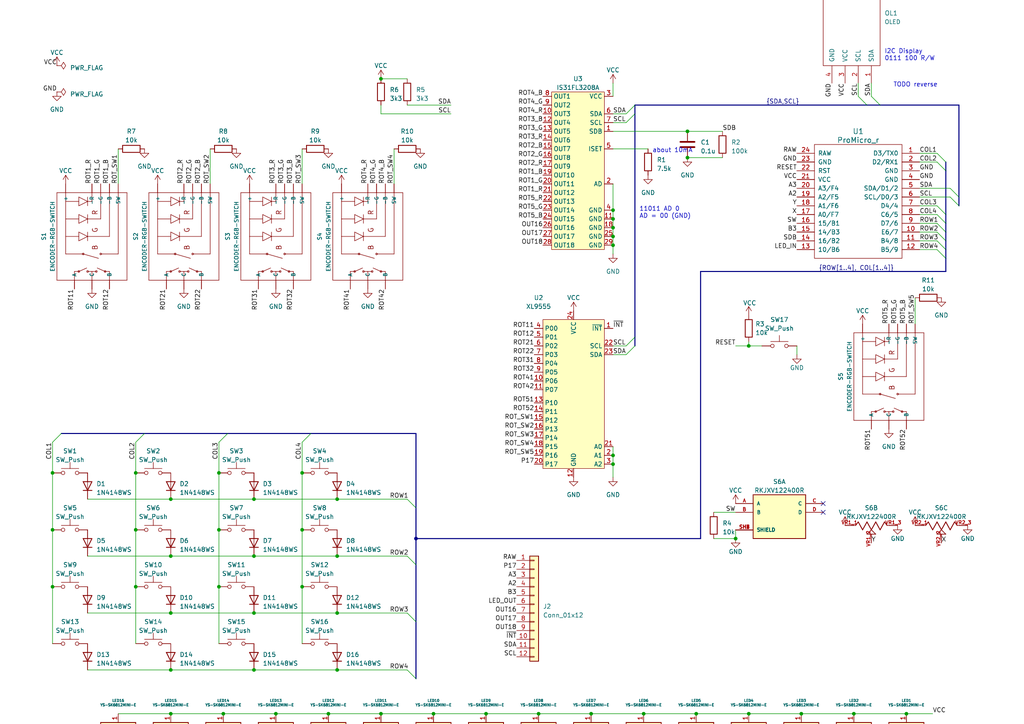
<source format=kicad_sch>
(kicad_sch (version 20230121) (generator eeschema)
  (paper "A4")
  (lib_symbols
    (symbol "Connector_Generic:Conn_01x12" (pin_names (offset 1.016) hide)
      (property "Reference" "J" (at 0 15.24 0))
      (property "Value" "Conn_01x12" (at 0 -17.78 0))
      (symbol "Conn_01x12_1_1"
        (pin passive line (at -5.08 12.7 0) (length 3.81) (name "Pin_1") (number "1"))
        (pin passive line (at -5.08 -10.16 0) (length 3.81) (name "Pin_10") (number "10"))
        (pin passive line (at -5.08 -12.7 0) (length 3.81) (name "Pin_11") (number "11"))
        (pin passive line (at -5.08 -15.24 0) (length 3.81) (name "Pin_12") (number "12"))
        (pin passive line (at -5.08 10.16 0) (length 3.81) (name "Pin_2") (number "2"))
        (pin passive line (at -5.08 7.62 0) (length 3.81) (name "Pin_3") (number "3"))
        (pin passive line (at -5.08 5.08 0) (length 3.81) (name "Pin_4") (number "4"))
        (pin passive line (at -5.08 2.54 0) (length 3.81) (name "Pin_5") (number "5"))
        (pin passive line (at -5.08 0 0) (length 3.81) (name "Pin_6") (number "6"))
        (pin passive line (at -5.08 -2.54 0) (length 3.81) (name "Pin_7") (number "7"))
        (pin passive line (at -5.08 -5.08 0) (length 3.81) (name "Pin_8") (number "8"))
        (pin passive line (at -5.08 -7.62 0) (length 3.81) (name "Pin_9") (number "9"))
      )
    )
    (symbol "Device:C" (pin_numbers hide) (pin_names (offset 0.254))
      (property "Reference" "C" (at 0.635 2.54 0))
      (property "Value" "C" (at 0.635 -2.54 0))
      (symbol "C_1_1"
        (pin passive line (at 0 3.81 270) (length 2.794) (name "~") (number "1"))
        (pin passive line (at 0 -3.81 90) (length 2.794) (name "~") (number "2"))
      )
    )
    (symbol "Device:R" (pin_numbers hide) (pin_names (offset 0))
      (property "Reference" "R" (at 2.032 0 90))
      (property "Value" "R" (at 0 0 90))
      (symbol "R_1_1"
        (pin passive line (at 0 3.81 270) (length 1.27) (name "~") (number "1"))
        (pin passive line (at 0 -3.81 90) (length 1.27) (name "~") (number "2"))
      )
    )
    (symbol "Diode:1N4148WS" (pin_numbers hide) (pin_names hide)
      (property "Reference" "D" (at 0 2.54 0))
      (property "Value" "1N4148WS" (at 0 -2.54 0))
      (symbol "1N4148WS_1_1"
        (pin passive line (at -3.81 0 0) (length 2.54) (name "K") (number "1"))
        (pin passive line (at 3.81 0 180) (length 2.54) (name "A") (number "2"))
      )
    )
    (symbol "ENCODER-RGB-SWITCH_1" (pin_numbers hide) (pin_names (offset 1.016))
      (property "Reference" "S" (at -12.7 11.43 0))
      (property "Value" "ENCODER-RGB-SWITCH" (at -12.7 -12.7 0))
      (property "Field4" "RES-10859" (at 0 15.24 0))
      (symbol "ENCODER-RGB-SWITCH_1_1_0"
        (text "B" (at -3.2004 -0.889 0) (effects (font (size 1.4224 1.4224))))
        (text "G" (at 1.8796 -0.889 0) (effects (font (size 1.4224 1.4224))))
        (text "R" (at 6.9596 -0.889 0) (effects (font (size 1.4224 1.4224))))
      )
      (symbol "ENCODER-RGB-SWITCH_1_1_1"
        (pin passive line (at 15.24 0 180) (length 2.54) (name "-R") (number "1"))
        (pin passive line (at 15.24 -2.54 180) (length 2.54) (name "-G") (number "2"))
        (pin passive line (at 15.24 -7.62 180) (length 2.54) (name "SW") (number "3"))
        (pin passive line (at 15.24 -5.08 180) (length 2.54) (name "-B") (number "4"))
        (pin passive line (at 15.24 7.62 180) (length 2.54) (name "+") (number "5"))
        (pin output line (at -15.24 5.08 0) (length 2.54) (name "A") (number "A"))
        (pin output line (at -15.24 -5.08 0) (length 2.54) (name "B") (number "B"))
        (pin input line (at -15.24 0 0) (length 2.54) (name "C") (number "C"))
      )
    )
    (symbol "ENCODER-RGB-SWITCH_2" (pin_numbers hide) (pin_names (offset 1.016))
      (property "Reference" "S" (at -12.7 11.43 0))
      (property "Value" "ENCODER-RGB-SWITCH" (at -12.7 -12.7 0))
      (property "Field4" "RES-10859" (at 0 15.24 0))
      (symbol "ENCODER-RGB-SWITCH_2_1_0"
        (text "B" (at -3.2004 -0.889 0) (effects (font (size 1.4224 1.4224))))
        (text "G" (at 1.8796 -0.889 0) (effects (font (size 1.4224 1.4224))))
        (text "R" (at 6.9596 -0.889 0) (effects (font (size 1.4224 1.4224))))
      )
      (symbol "ENCODER-RGB-SWITCH_2_1_1"
        (pin passive line (at 15.24 0 180) (length 2.54) (name "-R") (number "1"))
        (pin passive line (at 15.24 -2.54 180) (length 2.54) (name "-G") (number "2"))
        (pin passive line (at 15.24 -7.62 180) (length 2.54) (name "SW") (number "3"))
        (pin passive line (at 15.24 -5.08 180) (length 2.54) (name "-B") (number "4"))
        (pin passive line (at 15.24 7.62 180) (length 2.54) (name "+") (number "5"))
        (pin output line (at -15.24 5.08 0) (length 2.54) (name "A") (number "A"))
        (pin output line (at -15.24 -5.08 0) (length 2.54) (name "B") (number "B"))
        (pin input line (at -15.24 0 0) (length 2.54) (name "C") (number "C"))
      )
    )
    (symbol "ENCODER-RGB-SWITCH_3" (pin_numbers hide) (pin_names (offset 1.016))
      (property "Reference" "S" (at -12.7 11.43 0))
      (property "Value" "ENCODER-RGB-SWITCH" (at -12.7 -12.7 0))
      (property "Field4" "RES-10859" (at 0 15.24 0))
      (symbol "ENCODER-RGB-SWITCH_3_1_0"
        (text "B" (at -3.2004 -0.889 0) (effects (font (size 1.4224 1.4224))))
        (text "G" (at 1.8796 -0.889 0) (effects (font (size 1.4224 1.4224))))
        (text "R" (at 6.9596 -0.889 0) (effects (font (size 1.4224 1.4224))))
      )
      (symbol "ENCODER-RGB-SWITCH_3_1_1"
        (pin passive line (at 15.24 0 180) (length 2.54) (name "-R") (number "1"))
        (pin passive line (at 15.24 -2.54 180) (length 2.54) (name "-G") (number "2"))
        (pin passive line (at 15.24 -7.62 180) (length 2.54) (name "SW") (number "3"))
        (pin passive line (at 15.24 -5.08 180) (length 2.54) (name "-B") (number "4"))
        (pin passive line (at 15.24 7.62 180) (length 2.54) (name "+") (number "5"))
        (pin output line (at -15.24 5.08 0) (length 2.54) (name "A") (number "A"))
        (pin output line (at -15.24 -5.08 0) (length 2.54) (name "B") (number "B"))
        (pin input line (at -15.24 0 0) (length 2.54) (name "C") (number "C"))
      )
    )
    (symbol "ENCODER-RGB-SWITCH_4" (pin_numbers hide) (pin_names (offset 1.016))
      (property "Reference" "S" (at -12.7 11.43 0))
      (property "Value" "ENCODER-RGB-SWITCH" (at -12.7 -12.7 0))
      (property "Field4" "RES-10859" (at 0 15.24 0))
      (symbol "ENCODER-RGB-SWITCH_4_1_0"
        (text "B" (at -3.2004 -0.889 0) (effects (font (size 1.4224 1.4224))))
        (text "G" (at 1.8796 -0.889 0) (effects (font (size 1.4224 1.4224))))
        (text "R" (at 6.9596 -0.889 0) (effects (font (size 1.4224 1.4224))))
      )
      (symbol "ENCODER-RGB-SWITCH_4_1_1"
        (pin passive line (at 15.24 0 180) (length 2.54) (name "-R") (number "1"))
        (pin passive line (at 15.24 -2.54 180) (length 2.54) (name "-G") (number "2"))
        (pin passive line (at 15.24 -7.62 180) (length 2.54) (name "SW") (number "3"))
        (pin passive line (at 15.24 -5.08 180) (length 2.54) (name "-B") (number "4"))
        (pin passive line (at 15.24 7.62 180) (length 2.54) (name "+") (number "5"))
        (pin output line (at -15.24 5.08 0) (length 2.54) (name "A") (number "A"))
        (pin output line (at -15.24 -5.08 0) (length 2.54) (name "B") (number "B"))
        (pin input line (at -15.24 0 0) (length 2.54) (name "C") (number "C"))
      )
    )
    (symbol "RKJXV122400R_1" (pin_names (offset 1.016))
      (property "Reference" "S" (at -7.62 5.588 0))
      (property "Value" "RKJXV122400R" (at -7.62 -10.16 0))
      (symbol "RKJXV122400R_1_1_0"
        (pin passive line (at -12.7 2.54 0) (length 5.08) (name "A") (number "A"))
        (pin passive line (at -12.7 0 0) (length 5.08) (name "B") (number "B"))
        (pin passive line (at 12.7 2.54 180) (length 5.08) (name "C") (number "C"))
        (pin passive line (at 12.7 0 180) (length 5.08) (name "D") (number "D"))
        (pin passive line (at -12.7 -5.08 0) (length 5.08) (name "SHIELD") (number "SH1"))
        (pin passive line (at -12.7 -5.08 0) (length 5.08) (name "SHIELD") (number "SH2"))
        (pin passive line (at -12.7 -5.08 0) (length 5.08) (name "SHIELD") (number "SH3"))
        (pin passive line (at -12.7 -5.08 0) (length 5.08) (name "SHIELD") (number "SH4"))
      )
      (symbol "RKJXV122400R_1_2_0"
        (pin passive line (at -7.62 0 0) (length 2.54) (name "~") (number "VR1_1"))
        (pin passive line (at 0 -5.08 90) (length 2.54) (name "~") (number "VR1_2"))
        (pin passive line (at 7.62 0 180) (length 2.54) (name "~") (number "VR1_3"))
      )
      (symbol "RKJXV122400R_1_3_0"
        (pin passive line (at -7.62 0 0) (length 2.54) (name "~") (number "VR2_1"))
        (pin passive line (at 0 -5.08 90) (length 2.54) (name "~") (number "VR2_2"))
        (pin passive line (at 7.62 0 180) (length 2.54) (name "~") (number "VR2_3"))
      )
    )
    (symbol "SparkFun-Switches:ENCODER-RGB-SWITCH" (pin_numbers hide) (pin_names (offset 1.016))
      (property "Reference" "S" (at -12.7 11.43 0))
      (property "Value" "ENCODER-RGB-SWITCH" (at -12.7 -12.7 0))
      (property "Field4" "RES-10859" (at 0 15.24 0))
      (symbol "ENCODER-RGB-SWITCH_1_0"
        (text "B" (at -3.2004 -0.889 0) (effects (font (size 1.4224 1.4224))))
        (text "G" (at 1.8796 -0.889 0) (effects (font (size 1.4224 1.4224))))
        (text "R" (at 6.9596 -0.889 0) (effects (font (size 1.4224 1.4224))))
      )
      (symbol "ENCODER-RGB-SWITCH_1_1"
        (pin passive line (at 15.24 0 180) (length 2.54) (name "-R") (number "1"))
        (pin passive line (at 15.24 -2.54 180) (length 2.54) (name "-G") (number "2"))
        (pin passive line (at 15.24 -7.62 180) (length 2.54) (name "SW") (number "3"))
        (pin passive line (at 15.24 -5.08 180) (length 2.54) (name "-B") (number "4"))
        (pin passive line (at 15.24 7.62 180) (length 2.54) (name "+") (number "5"))
        (pin output line (at -15.24 5.08 0) (length 2.54) (name "A") (number "A"))
        (pin output line (at -15.24 -5.08 0) (length 2.54) (name "B") (number "B"))
        (pin input line (at -15.24 0 0) (length 2.54) (name "C") (number "C"))
      )
    )
    (symbol "Switch:SW_Push" (pin_numbers hide) (pin_names (offset 1.016) hide)
      (property "Reference" "SW" (at 1.27 2.54 0))
      (property "Value" "SW_Push" (at 0 -1.524 0))
      (symbol "SW_Push_0_1"
        (pin passive line (at -5.08 0 0) (length 2.54) (name "1") (number "1"))
        (pin passive line (at 5.08 0 180) (length 2.54) (name "2") (number "2"))
      )
    )
    (symbol "kbd:OLED" (pin_names (offset 1.016))
      (property "Reference" "OL" (at 0 2.54 0))
      (property "Value" "OLED" (at 0 -1.27 0))
      (symbol "OLED_1_1"
        (pin bidirectional line (at -19.05 6.35 0) (length 5.08) (name "SDA") (number "1"))
        (pin bidirectional line (at -19.05 2.54 0) (length 5.08) (name "SCL") (number "2"))
        (pin power_in line (at -19.05 -1.27 0) (length 5.08) (name "VCC") (number "3"))
        (pin power_in line (at -19.05 -5.08 0) (length 5.08) (name "GND") (number "4"))
      )
    )
    (symbol "kbd:ProMicro_r" (pin_names (offset 1.016))
      (property "Reference" "U" (at 1.27 22.86 0))
      (property "Value" "ProMicro_r" (at 1.27 -15.24 0))
      (symbol "ProMicro_r_1_1"
        (pin bidirectional line (at 19.05 17.78 180) (length 5.08) (name "D3/TX0") (number "1"))
        (pin bidirectional line (at 19.05 -5.08 180) (length 5.08) (name "E6/7") (number "10"))
        (pin bidirectional line (at 19.05 -7.62 180) (length 5.08) (name "B4/8") (number "11"))
        (pin bidirectional line (at 19.05 -10.16 180) (length 5.08) (name "B5/9") (number "12"))
        (pin bidirectional line (at -16.51 -10.16 0) (length 5.08) (name "10/B6") (number "13"))
        (pin bidirectional line (at -16.51 -7.62 0) (length 5.08) (name "16/B2") (number "14"))
        (pin bidirectional line (at -16.51 -5.08 0) (length 5.08) (name "14/B3") (number "15"))
        (pin bidirectional line (at -16.51 -2.54 0) (length 5.08) (name "15/B1") (number "16"))
        (pin bidirectional line (at -16.51 0 0) (length 5.08) (name "A0/F7") (number "17"))
        (pin bidirectional line (at -16.51 2.54 0) (length 5.08) (name "A1/F6") (number "18"))
        (pin bidirectional line (at -16.51 5.08 0) (length 5.08) (name "A2/F5") (number "19"))
        (pin bidirectional line (at 19.05 15.24 180) (length 5.08) (name "D2/RX1") (number "2"))
        (pin bidirectional line (at -16.51 7.62 0) (length 5.08) (name "A3/F4") (number "20"))
        (pin power_in line (at -16.51 10.16 0) (length 5.08) (name "VCC") (number "21"))
        (pin input line (at -16.51 12.7 0) (length 5.08) (name "RST") (number "22"))
        (pin power_in line (at -16.51 15.24 0) (length 5.08) (name "GND") (number "23"))
        (pin power_out line (at -16.51 17.78 0) (length 5.08) (name "RAW") (number "24"))
        (pin power_in line (at 19.05 12.7 180) (length 5.08) (name "GND") (number "3"))
        (pin power_in line (at 19.05 10.16 180) (length 5.08) (name "GND") (number "4"))
        (pin bidirectional line (at 19.05 7.62 180) (length 5.08) (name "SDA/D1/2") (number "5"))
        (pin bidirectional line (at 19.05 5.08 180) (length 5.08) (name "SCL/D0/3") (number "6"))
        (pin bidirectional line (at 19.05 2.54 180) (length 5.08) (name "D4/4") (number "7"))
        (pin bidirectional line (at 19.05 0 180) (length 5.08) (name "C6/5") (number "8"))
        (pin bidirectional line (at 19.05 -2.54 180) (length 5.08) (name "D7/6") (number "9"))
      )
    )
    (symbol "kbd:YS-SK6812MINI-E" (pin_names (offset 1.016))
      (property "Reference" "LED" (at 2.54 -7.62 0))
      (property "Value" "YS-SK6812MINI-E" (at 6.35 -6.35 0))
      (symbol "YS-SK6812MINI-E_1_1"
        (pin power_in line (at 0 7.62 270) (length 2.54) (name "VDD") (number "1"))
        (pin output line (at 7.62 0 180) (length 2.54) (name "DOUT") (number "2"))
        (pin power_in line (at 0 -7.62 90) (length 2.54) (name "VSS") (number "3"))
        (pin input line (at -7.62 0 0) (length 2.54) (name "DIN") (number "4"))
      )
    )
    (symbol "my:IS31FL3208A"
      (property "Reference" "U" (at 0 5.08 0))
      (property "Value" "IS31FL3208A" (at 0 2.54 0))
      (symbol "IS31FL3208A_0_0"
        (pin input line (at 0 -11.43 0) (length 2.54) (name "SDB") (number "1"))
        (pin power_out line (at 20.32 -6.35 180) (length 2.54) (name "OUT3") (number "10"))
        (pin power_in line (at 0 -36.83 0) (length 2.54) (name "GND") (number "11"))
        (pin power_out line (at 20.32 -8.89 180) (length 2.54) (name "OUT4") (number "12"))
        (pin power_out line (at 20.32 -11.43 180) (length 2.54) (name "OUT5") (number "13"))
        (pin power_out line (at 20.32 -13.97 180) (length 2.54) (name "OUT6") (number "14"))
        (pin power_out line (at 20.32 -16.51 180) (length 2.54) (name "OUT7") (number "15"))
        (pin power_out line (at 20.32 -19.05 180) (length 2.54) (name "OUT8") (number "16"))
        (pin power_out line (at 20.32 -21.59 180) (length 2.54) (name "OUT9") (number "17"))
        (pin power_in line (at 0 -39.37 0) (length 2.54) (name "GND") (number "18"))
        (pin power_out line (at 20.32 -24.13 180) (length 2.54) (name "OUT10") (number "19"))
        (pin input line (at 0 -26.67 0) (length 2.54) (name "AD") (number "2"))
        (pin power_out line (at 20.32 -26.67 180) (length 2.54) (name "OUT11") (number "20"))
        (pin power_out line (at 20.32 -29.21 180) (length 2.54) (name "OUT12") (number "21"))
        (pin power_out line (at 20.32 -31.75 180) (length 2.54) (name "OUT13") (number "22"))
        (pin power_out line (at 20.32 -34.29 180) (length 2.54) (name "OUT14") (number "23"))
        (pin power_out line (at 20.32 -36.83 180) (length 2.54) (name "OUT15") (number "24"))
        (pin power_in line (at 0 -41.91 0) (length 2.54) (name "GND") (number "25"))
        (pin power_out line (at 20.32 -39.37 180) (length 2.54) (name "OUT16") (number "26"))
        (pin power_out line (at 20.32 -41.91 180) (length 2.54) (name "OUT17") (number "27"))
        (pin power_out line (at 20.32 -44.45 180) (length 2.54) (name "OUT18") (number "28"))
        (pin power_in line (at 0 -44.45 0) (length 2.54) (name "GND") (number "29"))
        (pin power_in line (at 0 -1.27 0) (length 2.54) (name "VCC") (number "3"))
        (pin power_in line (at 0 -34.29 0) (length 2.54) (name "GND") (number "4"))
        (pin passive line (at 0 -16.51 0) (length 2.54) (name "ISET") (number "5"))
        (pin bidirectional line (at 0 -6.35 0) (length 2.54) (name "SDA") (number "6"))
        (pin input line (at 0 -8.89 0) (length 2.54) (name "SCL") (number "7"))
        (pin power_out line (at 20.32 -1.27 180) (length 2.54) (name "OUT1") (number "8"))
        (pin power_out line (at 20.32 -3.81 180) (length 2.54) (name "OUT2") (number "9"))
      )
    )
    (symbol "my:XL9555"
      (property "Reference" "U" (at 0 5.08 0))
      (property "Value" "XL9555" (at 0 2.54 0))
      (symbol "XL9555_0_0"
        (pin open_collector line (at 0 -1.27 0) (length 2.54) (name "~{INT}") (number "1"))
        (pin bidirectional line (at 22.86 -16.51 180) (length 2.54) (name "P06") (number "10"))
        (pin bidirectional line (at 22.86 -19.05 180) (length 2.54) (name "P07") (number "11"))
        (pin power_in line (at 11.43 -44.45 90) (length 2.54) (name "GND") (number "12"))
        (pin bidirectional line (at 22.86 -22.86 180) (length 2.54) (name "P10") (number "13"))
        (pin bidirectional line (at 22.86 -25.4 180) (length 2.54) (name "P11") (number "14"))
        (pin bidirectional line (at 22.86 -27.94 180) (length 2.54) (name "P12") (number "15"))
        (pin bidirectional line (at 22.86 -30.48 180) (length 2.54) (name "P13") (number "16"))
        (pin bidirectional line (at 22.86 -33.02 180) (length 2.54) (name "P14") (number "17"))
        (pin bidirectional line (at 22.86 -35.56 180) (length 2.54) (name "P15") (number "18"))
        (pin bidirectional line (at 22.86 -38.1 180) (length 2.54) (name "P16") (number "19"))
        (pin input line (at 0 -38.1 0) (length 2.54) (name "A1") (number "2"))
        (pin bidirectional line (at 22.86 -40.64 180) (length 2.54) (name "P17") (number "20"))
        (pin input line (at 0 -35.56 0) (length 2.54) (name "A0") (number "21"))
        (pin input line (at 0 -6.35 0) (length 2.54) (name "SCL") (number "22"))
        (pin bidirectional line (at 0 -8.89 0) (length 2.54) (name "SDA") (number "23"))
        (pin power_in line (at 11.43 3.81 270) (length 2.54) (name "VCC") (number "24"))
        (pin input line (at 0 -40.64 0) (length 2.54) (name "A2") (number "3"))
        (pin bidirectional line (at 22.86 -1.27 180) (length 2.54) (name "P00") (number "4"))
        (pin bidirectional line (at 22.86 -3.81 180) (length 2.54) (name "P01") (number "5"))
        (pin bidirectional line (at 22.86 -6.35 180) (length 2.54) (name "P02") (number "6"))
        (pin bidirectional line (at 22.86 -8.89 180) (length 2.54) (name "P03") (number "7"))
        (pin bidirectional line (at 22.86 -11.43 180) (length 2.54) (name "P04") (number "8"))
        (pin bidirectional line (at 22.86 -13.97 180) (length 2.54) (name "P05") (number "9"))
      )
    )
    (symbol "power:GND" (power) (pin_names (offset 0))
      (property "Value" "GND" (at 0 -3.81 0))
      (symbol "GND_1_1"
        (pin power_in line (at 0 0 270) (length 0) hide (name "GND") (number "1"))
      )
    )
    (symbol "power:PWR_FLAG" (power) (pin_numbers hide) (pin_names (offset 0) hide)
      (property "Value" "PWR_FLAG" (at 0 3.81 0))
      (symbol "PWR_FLAG_0_0"
        (pin power_out line (at 0 0 90) (length 0) (name "pwr") (number "1"))
      )
    )
    (symbol "power:VCC" (power) (pin_names (offset 0))
      (property "Value" "VCC" (at 0 3.81 0))
      (symbol "VCC_1_1"
        (pin power_in line (at 0 0 90) (length 0) hide (name "VCC") (number "1"))
      )
    )
  )
  (junction (at 156.21 207.01))
  (junction (at 63.5 170.18))
  (junction (at 73.66 144.78))
  (junction (at 97.79 177.8))
  (junction (at 63.5 153.67))
  (junction (at 49.53 144.78))
  (junction (at 97.79 161.29))
  (junction (at 87.63 153.67))
  (junction (at 15.24 153.67))
  (junction (at 217.17 207.01))
  (junction (at 262.89 222.25))
  (junction (at 15.24 137.16))
  (junction (at 73.66 161.29))
  (junction (at 49.53 194.31))
  (junction (at 39.37 170.18))
  (junction (at 73.66 194.31))
  (junction (at 199.39 45.72))
  (junction (at 177.8 134.62))
  (junction (at 217.17 100.33))
  (junction (at 125.73 207.01))
  (junction (at 140.97 222.25))
  (junction (at 232.41 207.01))
  (junction (at 262.89 207.01))
  (junction (at 39.37 153.67))
  (junction (at 97.79 144.78))
  (junction (at 49.53 207.01))
  (junction (at 177.8 63.5))
  (junction (at 177.8 71.12))
  (junction (at 87.63 170.18))
  (junction (at 49.53 222.25))
  (junction (at 125.73 222.25))
  (junction (at 247.65 222.25))
  (junction (at 110.49 207.01))
  (junction (at 177.8 68.58))
  (junction (at 171.45 222.25))
  (junction (at 80.01 222.25))
  (junction (at 171.45 207.01))
  (junction (at 63.5 137.16))
  (junction (at 232.41 222.25))
  (junction (at 64.77 222.25))
  (junction (at 15.24 170.18))
  (junction (at 95.25 207.01))
  (junction (at 201.93 222.25))
  (junction (at 80.01 207.01))
  (junction (at 110.49 222.25))
  (junction (at 64.77 207.01))
  (junction (at 247.65 207.01))
  (junction (at 186.69 222.25))
  (junction (at 110.49 22.86))
  (junction (at 120.65 156.21))
  (junction (at 49.53 161.29))
  (junction (at 199.39 38.1))
  (junction (at 156.21 222.25))
  (junction (at 97.79 194.31))
  (junction (at 39.37 137.16))
  (junction (at 177.8 66.04))
  (junction (at 186.69 207.01))
  (junction (at 49.53 177.8))
  (junction (at 217.17 222.25))
  (junction (at 213.36 156.21))
  (junction (at 177.8 60.96))
  (junction (at 177.8 132.08))
  (junction (at 73.66 177.8))
  (junction (at 95.25 222.25))
  (junction (at 87.63 137.16))
  (junction (at 140.97 207.01))
  (junction (at 201.93 207.01))
  (no_connect (at 238.76 148.59))
  (no_connect (at 238.76 146.05))
  (bus_entry (at 15.24 128.27) (size 2.54 -2.54))
  (bus_entry (at 271.78 69.85) (size 2.54 2.54))
  (bus_entry (at 63.5 128.27) (size 2.54 -2.54))
  (bus_entry (at 181.61 33.02) (size 2.54 -2.54))
  (bus_entry (at 87.63 128.27) (size 2.54 -2.54))
  (bus_entry (at 252.73 27.94) (size 2.54 2.54))
  (bus_entry (at 275.59 54.61) (size 2.54 2.54))
  (bus_entry (at 181.61 102.87) (size 2.54 -2.54))
  (bus_entry (at 181.61 100.33) (size 2.54 -2.54))
  (bus_entry (at 39.37 128.27) (size 2.54 -2.54))
  (bus_entry (at 271.78 44.45) (size 2.54 2.54))
  (bus_entry (at 118.11 144.78) (size 2.54 2.54))
  (bus_entry (at 271.78 64.77) (size 2.54 2.54))
  (bus_entry (at 181.61 35.56) (size 2.54 -2.54))
  (bus_entry (at 118.11 161.29) (size 2.54 2.54))
  (bus_entry (at 275.59 57.15) (size 2.54 2.54))
  (bus_entry (at 271.78 59.69) (size 2.54 2.54))
  (bus_entry (at 271.78 67.31) (size 2.54 2.54))
  (bus_entry (at 248.92 27.94) (size 2.54 2.54))
  (bus_entry (at 271.78 62.23) (size 2.54 2.54))
  (bus_entry (at 271.78 72.39) (size 2.54 2.54))
  (bus_entry (at 271.78 46.99) (size 2.54 2.54))
  (bus_entry (at 118.11 177.8) (size 2.54 2.54))
  (bus_entry (at 118.11 194.31) (size 2.54 2.54))
  (wire (pts (xy 177.8 66.04) (xy 177.8 68.58)))
  (wire (pts (xy 87.63 153.67) (xy 87.63 170.18)))
  (wire (pts (xy 186.69 207.01) (xy 201.93 207.01)))
  (bus (pts (xy 274.32 72.39) (xy 274.32 74.93)))
  (wire (pts (xy 247.65 207.01) (xy 262.89 207.01)))
  (wire (pts (xy 252.73 24.13) (xy 252.73 27.94)))
  (wire (pts (xy 25.4 161.29) (xy 49.53 161.29)))
  (wire (pts (xy 15.24 137.16) (xy 15.24 153.67)))
  (bus (pts (xy 120.65 156.21) (xy 120.65 163.83)))
  (wire (pts (xy 177.8 43.18) (xy 187.96 43.18)))
  (wire (pts (xy 34.29 222.25) (xy 49.53 222.25)))
  (wire (pts (xy 266.7 62.23) (xy 271.78 62.23)))
  (wire (pts (xy 266.7 72.39) (xy 271.78 72.39)))
  (wire (pts (xy 177.8 38.1) (xy 199.39 38.1)))
  (wire (pts (xy 262.89 207.01) (xy 270.51 207.01)))
  (wire (pts (xy 199.39 45.72) (xy 209.55 45.72)))
  (wire (pts (xy 97.79 161.29) (xy 118.11 161.29)))
  (wire (pts (xy 171.45 222.25) (xy 186.69 222.25)))
  (wire (pts (xy 39.37 153.67) (xy 39.37 170.18)))
  (wire (pts (xy 177.8 71.12) (xy 177.8 73.66)))
  (wire (pts (xy 177.8 53.34) (xy 177.8 60.96)))
  (wire (pts (xy 49.53 144.78) (xy 73.66 144.78)))
  (wire (pts (xy 49.53 177.8) (xy 73.66 177.8)))
  (bus (pts (xy 203.2 78.74) (xy 203.2 156.21)))
  (wire (pts (xy 73.66 177.8) (xy 97.79 177.8)))
  (bus (pts (xy 90.17 125.73) (xy 120.65 125.73)))
  (bus (pts (xy 184.15 30.48) (xy 184.15 33.02)))
  (wire (pts (xy 207.01 148.59) (xy 213.36 148.59)))
  (bus (pts (xy 278.13 30.48) (xy 278.13 57.15)))
  (wire (pts (xy 201.93 207.01) (xy 217.17 207.01)))
  (wire (pts (xy 125.73 222.25) (xy 140.97 222.25)))
  (wire (pts (xy 63.5 153.67) (xy 63.5 170.18)))
  (wire (pts (xy 97.79 144.78) (xy 118.11 144.78)))
  (wire (pts (xy 177.8 33.02) (xy 181.61 33.02)))
  (wire (pts (xy 87.63 128.27) (xy 87.63 137.16)))
  (bus (pts (xy 66.04 125.73) (xy 90.17 125.73)))
  (wire (pts (xy 140.97 222.25) (xy 156.21 222.25)))
  (wire (pts (xy 177.8 63.5) (xy 177.8 66.04)))
  (wire (pts (xy 140.97 207.01) (xy 156.21 207.01)))
  (wire (pts (xy 177.8 24.13) (xy 177.8 27.94)))
  (wire (pts (xy 15.24 153.67) (xy 15.24 170.18)))
  (wire (pts (xy 63.5 128.27) (xy 63.5 137.16)))
  (wire (pts (xy 266.7 59.69) (xy 271.78 59.69)))
  (wire (pts (xy 87.63 43.18) (xy 87.63 53.34)))
  (bus (pts (xy 274.32 64.77) (xy 274.32 67.31)))
  (wire (pts (xy 39.37 128.27) (xy 39.37 137.16)))
  (wire (pts (xy 25.4 194.31) (xy 49.53 194.31)))
  (bus (pts (xy 120.65 125.73) (xy 120.65 147.32)))
  (wire (pts (xy 34.29 207.01) (xy 49.53 207.01)))
  (wire (pts (xy 80.01 207.01) (xy 95.25 207.01)))
  (wire (pts (xy 63.5 170.18) (xy 63.5 186.69)))
  (wire (pts (xy 217.17 100.33) (xy 220.98 100.33)))
  (bus (pts (xy 41.91 125.73) (xy 66.04 125.73)))
  (wire (pts (xy 262.89 222.25) (xy 270.51 222.25)))
  (wire (pts (xy 201.93 222.25) (xy 217.17 222.25)))
  (wire (pts (xy 265.43 86.36) (xy 265.43 93.98)))
  (wire (pts (xy 207.01 156.21) (xy 213.36 156.21)))
  (wire (pts (xy 25.4 144.78) (xy 49.53 144.78)))
  (wire (pts (xy 266.7 67.31) (xy 271.78 67.31)))
  (wire (pts (xy 110.49 222.25) (xy 125.73 222.25)))
  (wire (pts (xy 177.8 68.58) (xy 177.8 71.12)))
  (wire (pts (xy 266.7 69.85) (xy 271.78 69.85)))
  (wire (pts (xy 87.63 170.18) (xy 87.63 186.69)))
  (bus (pts (xy 255.27 30.48) (xy 278.13 30.48)))
  (wire (pts (xy 130.81 33.02) (xy 110.49 33.02)))
  (wire (pts (xy 110.49 22.86) (xy 118.11 22.86)))
  (wire (pts (xy 266.7 64.77) (xy 271.78 64.77)))
  (wire (pts (xy 39.37 137.16) (xy 39.37 153.67)))
  (wire (pts (xy 97.79 194.31) (xy 118.11 194.31)))
  (wire (pts (xy 49.53 222.25) (xy 64.77 222.25)))
  (wire (pts (xy 177.8 60.96) (xy 177.8 63.5)))
  (bus (pts (xy 274.32 74.93) (xy 274.32 78.74)))
  (wire (pts (xy 73.66 194.31) (xy 97.79 194.31)))
  (wire (pts (xy 213.36 156.21) (xy 213.36 153.67)))
  (wire (pts (xy 97.79 177.8) (xy 118.11 177.8)))
  (wire (pts (xy 114.3 43.18) (xy 114.3 53.34)))
  (bus (pts (xy 184.15 30.48) (xy 251.46 30.48)))
  (wire (pts (xy 177.8 132.08) (xy 177.8 134.62)))
  (bus (pts (xy 274.32 46.99) (xy 274.32 49.53)))
  (wire (pts (xy 73.66 161.29) (xy 97.79 161.29)))
  (wire (pts (xy 80.01 222.25) (xy 95.25 222.25)))
  (wire (pts (xy 248.92 24.13) (xy 248.92 27.94)))
  (wire (pts (xy 217.17 207.01) (xy 232.41 207.01)))
  (bus (pts (xy 274.32 69.85) (xy 274.32 72.39)))
  (wire (pts (xy 266.7 54.61) (xy 275.59 54.61)))
  (wire (pts (xy 217.17 99.06) (xy 217.17 100.33)))
  (wire (pts (xy 266.7 46.99) (xy 271.78 46.99)))
  (bus (pts (xy 184.15 33.02) (xy 184.15 97.79)))
  (bus (pts (xy 251.46 30.48) (xy 255.27 30.48)))
  (wire (pts (xy 177.8 134.62) (xy 177.8 138.43)))
  (wire (pts (xy 49.53 194.31) (xy 73.66 194.31)))
  (bus (pts (xy 184.15 97.79) (xy 184.15 100.33)))
  (wire (pts (xy 73.66 144.78) (xy 97.79 144.78)))
  (wire (pts (xy 39.37 170.18) (xy 39.37 186.69)))
  (wire (pts (xy 64.77 207.01) (xy 80.01 207.01)))
  (bus (pts (xy 120.65 180.34) (xy 120.65 196.85)))
  (wire (pts (xy 156.21 207.01) (xy 171.45 207.01)))
  (wire (pts (xy 34.29 43.18) (xy 34.29 53.34)))
  (wire (pts (xy 177.8 100.33) (xy 181.61 100.33)))
  (bus (pts (xy 203.2 78.74) (xy 274.32 78.74)))
  (wire (pts (xy 247.65 222.25) (xy 262.89 222.25)))
  (wire (pts (xy 156.21 222.25) (xy 171.45 222.25)))
  (wire (pts (xy 177.8 129.54) (xy 177.8 132.08)))
  (wire (pts (xy 15.24 170.18) (xy 15.24 186.69)))
  (wire (pts (xy 130.81 30.48) (xy 118.11 30.48)))
  (wire (pts (xy 186.69 222.25) (xy 201.93 222.25)))
  (wire (pts (xy 64.77 222.25) (xy 80.01 222.25)))
  (wire (pts (xy 25.4 177.8) (xy 49.53 177.8)))
  (wire (pts (xy 49.53 161.29) (xy 73.66 161.29)))
  (wire (pts (xy 87.63 137.16) (xy 87.63 153.67)))
  (bus (pts (xy 120.65 163.83) (xy 120.65 180.34)))
  (bus (pts (xy 274.32 67.31) (xy 274.32 69.85)))
  (wire (pts (xy 110.49 33.02) (xy 110.49 30.48)))
  (bus (pts (xy 203.2 156.21) (xy 120.65 156.21)))
  (wire (pts (xy 110.49 207.01) (xy 125.73 207.01)))
  (bus (pts (xy 120.65 147.32) (xy 120.65 156.21)))
  (wire (pts (xy 95.25 222.25) (xy 110.49 222.25)))
  (wire (pts (xy 217.17 222.25) (xy 232.41 222.25)))
  (wire (pts (xy 49.53 207.01) (xy 64.77 207.01)))
  (wire (pts (xy 199.39 38.1) (xy 209.55 38.1)))
  (wire (pts (xy 266.7 57.15) (xy 275.59 57.15)))
  (wire (pts (xy 171.45 207.01) (xy 186.69 207.01)))
  (wire (pts (xy 63.5 137.16) (xy 63.5 153.67)))
  (bus (pts (xy 274.32 49.53) (xy 274.32 62.23)))
  (wire (pts (xy 15.24 128.27) (xy 15.24 137.16)))
  (bus (pts (xy 17.78 125.73) (xy 41.91 125.73)))
  (wire (pts (xy 232.41 207.01) (xy 247.65 207.01)))
  (wire (pts (xy 266.7 44.45) (xy 271.78 44.45)))
  (bus (pts (xy 278.13 57.15) (xy 278.13 59.69)))
  (wire (pts (xy 213.36 100.33) (xy 217.17 100.33)))
  (wire (pts (xy 177.8 102.87) (xy 181.61 102.87)))
  (wire (pts (xy 60.96 43.18) (xy 60.96 53.34)))
  (wire (pts (xy 95.25 207.01) (xy 110.49 207.01)))
  (bus (pts (xy 274.32 62.23) (xy 274.32 64.77)))
  (wire (pts (xy 232.41 222.25) (xy 247.65 222.25)))
  (wire (pts (xy 177.8 35.56) (xy 181.61 35.56)))
  (wire (pts (xy 231.14 100.33) (xy 231.14 102.87)))
  (wire (pts (xy 125.73 207.01) (xy 140.97 207.01)))
  (text "TODO reverse" (at 259.08 25.4 0) (effects (font (size 1.27 1.27)) (justify left bottom)))
  (text "about 10mA" (at 189.23 44.45 0) (effects (font (size 1.27 1.27)) (justify left bottom)))
  (text "I2C Display\n0111 100 R/W" (at 256.54 17.78 0) (effects (font (size 1.27 1.27)) (justify left bottom)))
  (text "11011 AD 0\nAD = 00 (GND)" (at 185.42 63.5 0) (effects (font (size 1.27 1.27)) (justify left bottom)))
  (label "ROT52" (at 262.89 124.46 270))
  (label "OUT17" (at 149.86 180.34 180))
  (label "RAW" (at 149.86 162.56 180))
  (label "SCL" (at 177.8 35.56 0))
  (label "ROT42" (at 111.76 83.82 270))
  (label "ROT3_B" (at 157.48 35.56 180))
  (label "ROT2_G" (at 157.48 45.72 180))
  (label "ROT2_R" (at 157.48 48.26 180))
  (label "LED_IN" (at 270.51 214.63 0))
  (label "ROT5_G" (at 260.35 93.98 90))
  (label "VCC" (at 231.14 52.07 180))
  (label "~{INT}" (at 177.8 95.25 0))
  (label "OUT18" (at 157.48 71.12 180))
  (label "ROT4_G" (at 109.22 53.34 90))
  (label "B3" (at 149.86 172.72 180))
  (label "ROT51" (at 252.73 124.46 270))
  (label "ROT3_R" (at 80.01 53.34 90))
  (label "VCC" (at 16.51 19.05 180))
  (label "LED_OUT" (at 149.86 175.26 180))
  (label "SDA" (at 149.86 187.96 180))
  (label "ROT2_R" (at 53.34 53.34 90))
  (label "COL1" (at 15.24 128.27 270))
  (label "SW" (at 231.14 64.77 180))
  (label "ROT11" (at 21.59 83.82 270))
  (label "ROT3_G" (at 157.48 38.1 180))
  (label "ROT3_G" (at 82.55 53.34 90))
  (label "ROT1_B" (at 31.75 53.34 90))
  (label "GND" (at 266.7 49.53 0))
  (label "ROT12" (at 31.75 83.82 270))
  (label "ROT22" (at 154.94 102.87 180))
  (label "ROT42" (at 154.94 113.03 180))
  (label "ROT1_R" (at 26.67 53.34 90))
  (label "A2" (at 149.86 170.18 180))
  (label "COL2" (at 266.7 46.99 0))
  (label "SDA" (at 252.73 24.13 270))
  (label "GND" (at 270.51 222.25 0))
  (label "ROT41" (at 154.94 110.49 180))
  (label "P17" (at 154.94 134.62 180))
  (label "~{INT}" (at 149.86 185.42 180))
  (label "GND" (at 16.51 26.67 180))
  (label "COL3" (at 63.5 128.27 270))
  (label "ROT5_G" (at 157.48 60.96 180))
  (label "ROT4_G" (at 157.48 30.48 180))
  (label "A3" (at 149.86 167.64 180))
  (label "X" (at 231.14 62.23 180))
  (label "LED_IN" (at 231.14 72.39 180))
  (label "ROT4_B" (at 157.48 27.94 180))
  (label "ROT_SW3" (at 87.63 53.34 90))
  (label "VCC" (at 270.51 207.01 0))
  (label "ROW4" (at 266.7 72.39 0))
  (label "COL3" (at 266.7 59.69 0))
  (label "ROT5_B" (at 262.89 93.98 90))
  (label "ROT_SW2" (at 60.96 53.34 90))
  (label "A2" (at 231.14 57.15 180))
  (label "B3" (at 231.14 67.31 180))
  (label "ROT_SW5" (at 154.94 132.08 180))
  (label "ROT5_B" (at 157.48 63.5 180))
  (label "ROT31" (at 154.94 105.41 180))
  (label "P17" (at 149.86 165.1 180))
  (label "ROT1_G" (at 157.48 53.34 180))
  (label "ROT32" (at 154.94 107.95 180))
  (label "ROT_SW2" (at 154.94 124.46 180))
  (label "OUT18" (at 149.86 182.88 180))
  (label "ROT3_R" (at 157.48 40.64 180))
  (label "ROT11" (at 154.94 95.25 180))
  (label "ROW1" (at 266.7 64.77 0))
  (label "ROT2_G" (at 55.88 53.34 90))
  (label "ROT4_B" (at 111.76 53.34 90))
  (label "ROT1_R" (at 157.48 55.88 180))
  (label "ROT21" (at 48.26 83.82 270))
  (label "Y" (at 231.14 59.69 180))
  (label "{SDA,SCL}" (at 222.25 30.48 0))
  (label "RESET" (at 213.36 100.33 180))
  (label "SCL" (at 149.86 190.5 180))
  (label "SDA" (at 130.81 30.48 180))
  (label "ROT_SW4" (at 154.94 129.54 180))
  (label "A3" (at 231.14 54.61 180))
  (label "SDB" (at 209.55 38.1 0))
  (label "OUT16" (at 149.86 177.8 180))
  (label "ROT5_R" (at 157.48 58.42 180))
  (label "{ROW[1..4], COL[1..4]}" (at 237.49 78.74 0))
  (label "VCC" (at 245.11 24.13 270))
  (label "SDA" (at 177.8 33.02 0))
  (label "COL4" (at 266.7 62.23 0))
  (label "ROT32" (at 85.09 83.82 270))
  (label "ROT22" (at 58.42 83.82 270))
  (label "ROW2" (at 266.7 67.31 0))
  (label "GND" (at 241.3 24.13 270))
  (label "ROT2_B" (at 157.48 43.18 180))
  (label "OUT17" (at 157.48 68.58 180))
  (label "ROT4_R" (at 106.68 53.34 90))
  (label "ROW2" (at 113.03 161.29 0))
  (label "COL4" (at 87.63 128.27 270))
  (label "ROW4" (at 113.03 194.31 0))
  (label "ROW3" (at 266.7 69.85 0))
  (label "RESET" (at 231.14 49.53 180))
  (label "ROT5_R" (at 257.81 93.98 90))
  (label "ROT52" (at 154.94 119.38 180))
  (label "SW" (at 213.36 148.59 180))
  (label "ROT4_R" (at 157.48 33.02 180))
  (label "ROT12" (at 154.94 97.79 180))
  (label "X" (at 273.05 157.48 0))
  (label "ROW3" (at 113.03 177.8 0))
  (label "SDB" (at 231.14 69.85 180))
  (label "ROW1" (at 113.03 144.78 0))
  (label "ROT51" (at 154.94 116.84 180))
  (label "ROT2_B" (at 58.42 53.34 90))
  (label "SDA" (at 266.7 54.61 0))
  (label "ROT_SW5" (at 265.43 93.98 90))
  (label "ROT_SW3" (at 154.94 127 180))
  (label "ROT_SW1" (at 154.94 121.92 180))
  (label "GND" (at 266.7 52.07 0))
  (label "ROT_SW1" (at 34.29 53.34 90))
  (label "SCL" (at 266.7 57.15 0))
  (label "SCL" (at 177.8 100.33 0))
  (label "ROT31" (at 74.93 83.82 270))
  (label "Y" (at 252.73 157.48 0))
  (label "SDA" (at 177.8 102.87 0))
  (label "SCL" (at 130.81 33.02 180))
  (label "ROT1_G" (at 29.21 53.34 90))
  (label "SCL" (at 248.92 24.13 270))
  (label "COL1" (at 266.7 44.45 0))
  (label "ROT3_B" (at 85.09 53.34 90))
  (label "OUT16" (at 157.48 66.04 180))
  (label "RAW" (at 231.14 44.45 180))
  (label "ROT41" (at 101.6 83.82 270))
  (label "COL2" (at 39.37 128.27 270))
  (label "LED_OUT" (at 26.67 214.63 180))
  (label "GND" (at 231.14 46.99 180))
  (label "ROT_SW4" (at 114.3 53.34 90))
  (label "ROT21" (at 154.94 100.33 180))
  (label "ROT1_B" (at 157.48 50.8 180))
  (symbol (lib_id "power:VCC") (at 250.19 93.98 0) (unit 1)
    (property "Reference" "#PWR012" (effects hide))
    (property "Value" "VCC" (at 250.19 90.17 0))
  )
  (symbol (lib_id "kbd:OLED") (at 246.38 5.08 270) (mirror x) (unit 1)
    (property "Reference" "OL1" (at 256.54 3.81 90) (effects (font (size 1.2954 1.2954)) (justify left)))
    (property "Value" "OLED" (at 256.54 6.35 90) (effects (font (size 1.1938 1.1938)) (justify left)))
    (property "Footprint" "kbd:OLED_v2" (effects hide))
  )
  (symbol (lib_id "Diode:1N4148WS") (at 73.66 140.97 90) (unit 1)
    (property "Reference" "D3" (at 76.2 140.335 90) (effects (justify right)))
    (property "Value" "1N4148WS" (at 76.2 142.875 90) (effects (justify right)))
    (property "Footprint" "Diode_SMD:D_SOD-323" (effects hide))
    (property "Datasheet" "https://www.vishay.com/docs/85751/1n4148ws.pdf" (effects hide))
    (property "Sim.Device" "D" (effects hide))
    (property "Sim.Pins" "1=K 2=A" (effects hide))
    (property "LCSC" "C2128" (effects hide))
  )
  (symbol (lib_id "SparkFun-Switches:ENCODER-RGB-SWITCH") (at 257.81 109.22 90) (unit 1)
    (property "Reference" "S5" (at 243.84 109.22 0) (effects (font (size 1.143 1.143))))
    (property "Value" "ENCODER-RGB-SWITCH" (at 246.38 109.22 0) (effects (font (size 1.143 1.143))))
    (property "Footprint" "Switches:ENCODER_LED_3" (effects hide))
    (property "Field4" "RES-10859" (effects hide))
  )
  (symbol (lib_id "Switch:SW_Push") (at 92.71 153.67 0) (unit 1)
    (property "Reference" "SW8" (at 92.71 147.32 0))
    (property "Value" "SW_Push" (at 92.71 149.86 0))
    (property "Footprint" "kbd:CherryMX_Hotswap" (effects hide))
  )
  (symbol (lib_name "ENCODER-RGB-SWITCH_1") (lib_id "SparkFun-Switches:ENCODER-RGB-SWITCH") (at 26.67 68.58 90) (unit 1)
    (property "Reference" "S1" (at 12.7 68.58 0) (effects (font (size 1.143 1.143))))
    (property "Value" "ENCODER-RGB-SWITCH" (at 15.24 68.58 0) (effects (font (size 1.143 1.143))))
    (property "Footprint" "Switches:ENCODER_LED_3" (effects hide))
    (property "Field4" "RES-10859" (effects hide))
  )
  (symbol (lib_id "Switch:SW_Push") (at 20.32 170.18 0) (unit 1)
    (property "Reference" "SW9" (at 20.32 163.83 0))
    (property "Value" "SW_Push" (at 20.32 166.37 0))
    (property "Footprint" "kbd:CherryMX_Hotswap" (effects hide))
  )
  (symbol (lib_id "Diode:1N4148WS") (at 25.4 190.5 90) (unit 1)
    (property "Reference" "D13" (at 27.94 189.865 90) (effects (justify right)))
    (property "Value" "1N4148WS" (at 27.94 192.405 90) (effects (justify right)))
    (property "Footprint" "Diode_SMD:D_SOD-323" (effects hide))
    (property "Datasheet" "https://www.vishay.com/docs/85751/1n4148ws.pdf" (effects hide))
    (property "Sim.Device" "D" (effects hide))
    (property "Sim.Pins" "1=K 2=A" (effects hide))
    (property "LCSC" "C2128" (effects hide))
  )
  (symbol (lib_id "Switch:SW_Push") (at 92.71 137.16 0) (unit 1)
    (property "Reference" "SW4" (at 92.71 130.81 0))
    (property "Value" "SW_Push" (at 92.71 133.35 0))
    (property "Footprint" "kbd:CherryMX_Hotswap" (effects hide))
  )
  (symbol (lib_id "Diode:1N4148WS") (at 25.4 140.97 90) (unit 1)
    (property "Reference" "D1" (at 27.94 140.335 90) (effects (justify right)))
    (property "Value" "1N4148WS" (at 27.94 142.875 90) (effects (justify right)))
    (property "Footprint" "Diode_SMD:D_SOD-323" (effects hide))
    (property "Datasheet" "https://www.vishay.com/docs/85751/1n4148ws.pdf" (effects hide))
    (property "Sim.Device" "D" (effects hide))
    (property "Sim.Pins" "1=K 2=A" (effects hide))
    (property "LCSC" "C2128" (effects hide))
  )
  (symbol (lib_id "power:VCC") (at 177.8 24.13 0) (unit 1)
    (property "Reference" "#PWR022" (effects hide))
    (property "Value" "VCC" (at 177.8 20.32 0))
  )
  (symbol (lib_id "kbd:YS-SK6812MINI-E") (at 247.65 214.63 0) (mirror y) (unit 1)
    (property "Reference" "LED2" (at 247.65 203.2 0) (effects (font (size 0.7366 0.7366))))
    (property "Value" "YS-SK6812MINI-E" (at 247.65 204.47 0) (effects (font (size 0.7366 0.7366))))
    (property "Footprint" "kbd:YS-SK6812MINI-E" (effects hide))
  )
  (symbol (lib_id "power:GND") (at 273.05 86.36 0) (unit 1)
    (property "Reference" "#PWR033" (effects hide))
    (property "Value" "GND" (at 273.05 91.44 0))
  )
  (symbol (lib_id "kbd:YS-SK6812MINI-E") (at 156.21 214.63 0) (mirror y) (unit 1)
    (property "Reference" "LED8" (at 156.21 203.2 0) (effects (font (size 0.7366 0.7366))))
    (property "Value" "YS-SK6812MINI-E" (at 156.21 204.47 0) (effects (font (size 0.7366 0.7366))))
    (property "Footprint" "kbd:YS-SK6812MINI-E" (effects hide))
  )
  (symbol (lib_id "kbd:YS-SK6812MINI-E") (at 140.97 214.63 0) (mirror y) (unit 1)
    (property "Reference" "LED9" (at 140.97 203.2 0) (effects (font (size 0.7366 0.7366))))
    (property "Value" "YS-SK6812MINI-E" (at 140.97 204.47 0) (effects (font (size 0.7366 0.7366))))
    (property "Footprint" "kbd:YS-SK6812MINI-E" (effects hide))
  )
  (symbol (lib_id "power:GND") (at 95.25 43.18 0) (unit 1)
    (property "Reference" "#PWR031" (effects hide))
    (property "Value" "GND" (at 95.25 48.26 0))
  )
  (symbol (lib_id "Switch:SW_Push") (at 68.58 170.18 0) (unit 1)
    (property "Reference" "SW11" (at 68.58 163.83 0))
    (property "Value" "SW_Push" (at 68.58 166.37 0))
    (property "Footprint" "kbd:CherryMX_Hotswap" (effects hide))
  )
  (symbol (lib_id "kbd:YS-SK6812MINI-E") (at 110.49 214.63 0) (mirror y) (unit 1)
    (property "Reference" "LED11" (at 110.49 203.2 0) (effects (font (size 0.7366 0.7366))))
    (property "Value" "YS-SK6812MINI-E" (at 110.49 204.47 0) (effects (font (size 0.7366 0.7366))))
    (property "Footprint" "kbd:YS-SK6812MINI-E" (effects hide))
  )
  (symbol (lib_name "ENCODER-RGB-SWITCH_3") (lib_id "SparkFun-Switches:ENCODER-RGB-SWITCH") (at 80.01 68.58 90) (unit 1)
    (property "Reference" "S3" (at 66.04 68.58 0) (effects (font (size 1.143 1.143))))
    (property "Value" "ENCODER-RGB-SWITCH" (at 68.58 68.58 0) (effects (font (size 1.143 1.143))))
    (property "Footprint" "Switches:ENCODER_LED_3" (effects hide))
    (property "Field4" "RES-10859" (effects hide))
  )
  (symbol (lib_id "Switch:SW_Push") (at 20.32 153.67 0) (unit 1)
    (property "Reference" "SW5" (at 20.32 147.32 0))
    (property "Value" "SW_Push" (at 20.32 149.86 0))
    (property "Footprint" "kbd:CherryMX_Hotswap" (effects hide))
  )
  (symbol (lib_id "power:GND") (at 177.8 73.66 0) (unit 1)
    (property "Reference" "#PWR017" (effects hide))
    (property "Value" "GND" (at 177.8 78.74 0))
  )
  (symbol (lib_name "RKJXV122400R_1") (lib_id "RKJXV122400R:RKJXV122400R") (at 252.73 152.4 0) (unit 2)
    (property "Reference" "S6" (at 252.73 147.32 0))
    (property "Value" "RKJXV122400R" (at 252.73 149.86 0))
    (property "Footprint" "snapeda:SW_RKJXV122400R" (effects hide))
    (property "MAXIMUM_PACKAGE_HEIGHT" "19.8 mm" (effects hide))
    (property "SNAPEDA_PN" "RKJXV122400R" (effects hide))
    (property "PARTREV" "N/A" (effects hide))
    (property "MANUFACTURER" "ALPS" (effects hide))
    (property "STANDARD" "Manufacturer Recommendations" (effects hide))
  )
  (symbol (lib_id "kbd:YS-SK6812MINI-E") (at 125.73 214.63 0) (mirror y) (unit 1)
    (property "Reference" "LED10" (at 125.73 203.2 0) (effects (font (size 0.7366 0.7366))))
    (property "Value" "YS-SK6812MINI-E" (at 125.73 204.47 0) (effects (font (size 0.7366 0.7366))))
    (property "Footprint" "kbd:YS-SK6812MINI-E" (effects hide))
  )
  (symbol (lib_id "power:VCC") (at 72.39 53.34 0) (unit 1)
    (property "Reference" "#PWR05" (effects hide))
    (property "Value" "VCC" (at 72.39 49.53 0))
  )
  (symbol (lib_id "Device:R") (at 118.11 26.67 0) (mirror y) (unit 1)
    (property "Reference" "R5" (at 120.65 26.035 0) (effects (justify right)))
    (property "Value" "3k3" (at 120.65 28.575 0) (effects (justify right)))
    (property "Footprint" "Resistor_SMD:R_0402_1005Metric" (effects hide))
    (property "LCSC" "C25890" (effects hide))
  )
  (symbol (lib_id "Switch:SW_Push") (at 68.58 137.16 0) (unit 1)
    (property "Reference" "SW3" (at 68.58 130.81 0))
    (property "Value" "SW_Push" (at 68.58 133.35 0))
    (property "Footprint" "kbd:CherryMX_Hotswap" (effects hide))
  )
  (symbol (lib_id "Switch:SW_Push") (at 20.32 186.69 0) (unit 1)
    (property "Reference" "SW13" (at 20.32 180.34 0))
    (property "Value" "SW_Push" (at 20.32 182.88 0))
    (property "Footprint" "kbd:CherryMX_Hotswap" (effects hide))
  )
  (symbol (lib_id "power:VCC") (at 99.06 53.34 0) (unit 1)
    (property "Reference" "#PWR06" (effects hide))
    (property "Value" "VCC" (at 99.06 49.53 0))
  )
  (symbol (lib_id "Connector_Generic:Conn_01x12") (at 154.94 175.26 0) (unit 1)
    (property "Reference" "J2" (at 157.48 175.895 0) (effects (justify left)))
    (property "Value" "Conn_01x12" (at 157.48 178.435 0) (effects (justify left)))
    (property "Footprint" "Connector_PinHeader_1.27mm:PinHeader_1x12_P1.27mm_Vertical" (effects hide))
  )
  (symbol (lib_id "my:XL9555") (at 177.8 93.98 0) (mirror y) (unit 1)
    (property "Reference" "U2" (at 156.21 86.36 0))
    (property "Value" "XL9555" (at 156.21 88.9 0))
    (property "Footprint" "Package_SO:SSOP-24_5.3x8.2mm_P0.65mm" (effects hide))
    (property "LCSC" "C609791" (effects hide))
  )
  (symbol (lib_id "Device:R") (at 269.24 86.36 90) (unit 1)
    (property "Reference" "R11" (at 269.24 81.28 90))
    (property "Value" "10k" (at 269.24 83.82 90))
    (property "Footprint" "Resistor_SMD:R_0402_1005Metric" (effects hide))
    (property "LCSC" "C25744" (effects hide))
  )
  (symbol (lib_id "Device:R") (at 64.77 43.18 90) (unit 1)
    (property "Reference" "R8" (at 64.77 38.1 90))
    (property "Value" "10k" (at 64.77 40.64 90))
    (property "Footprint" "Resistor_SMD:R_0402_1005Metric" (effects hide))
    (property "LCSC" "C25744" (effects hide))
  )
  (symbol (lib_id "Diode:1N4148WS") (at 49.53 173.99 90) (unit 1)
    (property "Reference" "D10" (at 52.07 173.355 90) (effects (justify right)))
    (property "Value" "1N4148WS" (at 52.07 175.895 90) (effects (justify right)))
    (property "Footprint" "Diode_SMD:D_SOD-323" (effects hide))
    (property "Datasheet" "https://www.vishay.com/docs/85751/1n4148ws.pdf" (effects hide))
    (property "Sim.Device" "D" (effects hide))
    (property "Sim.Pins" "1=K 2=A" (effects hide))
    (property "LCSC" "C2128" (effects hide))
  )
  (symbol (lib_id "power:GND") (at 80.01 83.82 0) (unit 1)
    (property "Reference" "#PWR010" (effects hide))
    (property "Value" "GND" (at 80.01 88.9 0))
  )
  (symbol (lib_id "kbd:YS-SK6812MINI-E") (at 64.77 214.63 0) (mirror y) (unit 1)
    (property "Reference" "LED14" (at 64.77 203.2 0) (effects (font (size 0.7366 0.7366))))
    (property "Value" "YS-SK6812MINI-E" (at 64.77 204.47 0) (effects (font (size 0.7366 0.7366))))
    (property "Footprint" "kbd:YS-SK6812MINI-E" (effects hide))
  )
  (symbol (lib_id "power:VCC") (at 19.05 53.34 0) (unit 1)
    (property "Reference" "#PWR03" (effects hide))
    (property "Value" "VCC" (at 19.05 49.53 0))
  )
  (symbol (lib_id "power:VCC") (at 265.43 152.4 0) (unit 1)
    (property "Reference" "#PWR025" (effects hide))
    (property "Value" "VCC" (at 265.43 148.59 0))
  )
  (symbol (lib_id "Switch:SW_Push") (at 92.71 186.69 0) (unit 1)
    (property "Reference" "SW16" (at 92.71 180.34 0))
    (property "Value" "SW_Push" (at 92.71 182.88 0))
    (property "Footprint" "kbd:CherryMX_Hotswap" (effects hide))
  )
  (symbol (lib_id "power:VCC") (at 110.49 22.86 0) (unit 1)
    (property "Reference" "#PWR028" (effects hide))
    (property "Value" "VCC" (at 110.49 19.05 0))
  )
  (symbol (lib_id "Diode:1N4148WS") (at 73.66 190.5 90) (unit 1)
    (property "Reference" "D15" (at 76.2 189.865 90) (effects (justify right)))
    (property "Value" "1N4148WS" (at 76.2 192.405 90) (effects (justify right)))
    (property "Footprint" "Diode_SMD:D_SOD-323" (effects hide))
    (property "Datasheet" "https://www.vishay.com/docs/85751/1n4148ws.pdf" (effects hide))
    (property "Sim.Device" "D" (effects hide))
    (property "Sim.Pins" "1=K 2=A" (effects hide))
    (property "LCSC" "C2128" (effects hide))
  )
  (symbol (lib_id "Diode:1N4148WS") (at 25.4 173.99 90) (unit 1)
    (property "Reference" "D9" (at 27.94 173.355 90) (effects (justify right)))
    (property "Value" "1N4148WS" (at 27.94 175.895 90) (effects (justify right)))
    (property "Footprint" "Diode_SMD:D_SOD-323" (effects hide))
    (property "Datasheet" "https://www.vishay.com/docs/85751/1n4148ws.pdf" (effects hide))
    (property "Sim.Device" "D" (effects hide))
    (property "Sim.Pins" "1=K 2=A" (effects hide))
    (property "LCSC" "C2128" (effects hide))
  )
  (symbol (lib_id "power:GND") (at 121.92 43.18 0) (unit 1)
    (property "Reference" "#PWR032" (effects hide))
    (property "Value" "GND" (at 121.92 48.26 0))
  )
  (symbol (lib_id "kbd:YS-SK6812MINI-E") (at 95.25 214.63 0) (mirror y) (unit 1)
    (property "Reference" "LED12" (at 95.25 203.2 0) (effects (font (size 0.7366 0.7366))))
    (property "Value" "YS-SK6812MINI-E" (at 95.25 204.47 0) (effects (font (size 0.7366 0.7366))))
    (property "Footprint" "kbd:YS-SK6812MINI-E" (effects hide))
  )
  (symbol (lib_id "kbd:YS-SK6812MINI-E") (at 217.17 214.63 0) (mirror y) (unit 1)
    (property "Reference" "LED4" (at 217.17 203.2 0) (effects (font (size 0.7366 0.7366))))
    (property "Value" "YS-SK6812MINI-E" (at 217.17 204.47 0) (effects (font (size 0.7366 0.7366))))
    (property "Footprint" "kbd:YS-SK6812MINI-E" (effects hide))
  )
  (symbol (lib_id "power:GND") (at 213.36 156.21 0) (unit 1)
    (property "Reference" "#PWR019" (effects hide))
    (property "Value" "GND" (at 213.36 160.02 0))
  )
  (symbol (lib_id "Device:R") (at 207.01 152.4 0) (unit 1)
    (property "Reference" "R4" (at 209.55 151.765 0) (effects (justify left)))
    (property "Value" "10k" (at 209.55 154.305 0) (effects (justify left)))
    (property "Footprint" "Resistor_SMD:R_0402_1005Metric" (effects hide))
    (property "LCSC" "C25744" (effects hide))
  )
  (symbol (lib_id "Switch:SW_Push") (at 44.45 153.67 0) (unit 1)
    (property "Reference" "SW6" (at 44.45 147.32 0))
    (property "Value" "SW_Push" (at 44.45 149.86 0))
    (property "Footprint" "kbd:CherryMX_Hotswap" (effects hide))
  )
  (symbol (lib_id "kbd:ProMicro_r") (at 247.65 62.23 0) (unit 1)
    (property "Reference" "U1" (at 248.92 38.1 0) (effects (font (size 1.524 1.524))))
    (property "Value" "ProMicro_r" (at 248.92 40.64 0) (effects (font (size 1.524 1.524))))
    (property "Footprint" "kbd:ProMicro_v3" (effects hide))
  )
  (symbol (lib_id "Diode:1N4148WS") (at 73.66 173.99 90) (unit 1)
    (property "Reference" "D11" (at 76.2 173.355 90) (effects (justify right)))
    (property "Value" "1N4148WS" (at 76.2 175.895 90) (effects (justify right)))
    (property "Footprint" "Diode_SMD:D_SOD-323" (effects hide))
    (property "Datasheet" "https://www.vishay.com/docs/85751/1n4148ws.pdf" (effects hide))
    (property "Sim.Device" "D" (effects hide))
    (property "Sim.Pins" "1=K 2=A" (effects hide))
    (property "LCSC" "C2128" (effects hide))
  )
  (symbol (lib_id "Diode:1N4148WS") (at 25.4 157.48 90) (unit 1)
    (property "Reference" "D5" (at 27.94 156.845 90) (effects (justify right)))
    (property "Value" "1N4148WS" (at 27.94 159.385 90) (effects (justify right)))
    (property "Footprint" "Diode_SMD:D_SOD-323" (effects hide))
    (property "Datasheet" "https://www.vishay.com/docs/85751/1n4148ws.pdf" (effects hide))
    (property "Sim.Device" "D" (effects hide))
    (property "Sim.Pins" "1=K 2=A" (effects hide))
    (property "LCSC" "C2128" (effects hide))
  )
  (symbol (lib_id "power:GND") (at 26.67 83.82 0) (unit 1)
    (property "Reference" "#PWR08" (effects hide))
    (property "Value" "GND" (at 26.67 88.9 0))
  )
  (symbol (lib_id "kbd:YS-SK6812MINI-E") (at 186.69 214.63 0) (mirror y) (unit 1)
    (property "Reference" "LED6" (at 186.69 203.2 0) (effects (font (size 0.7366 0.7366))))
    (property "Value" "YS-SK6812MINI-E" (at 186.69 204.47 0) (effects (font (size 0.7366 0.7366))))
    (property "Footprint" "kbd:YS-SK6812MINI-E" (effects hide))
  )
  (symbol (lib_name "ENCODER-RGB-SWITCH_2") (lib_id "SparkFun-Switches:ENCODER-RGB-SWITCH") (at 53.34 68.58 90) (unit 1)
    (property "Reference" "S2" (at 39.37 68.58 0) (effects (font (size 1.143 1.143))))
    (property "Value" "ENCODER-RGB-SWITCH" (at 41.91 68.58 0) (effects (font (size 1.143 1.143))))
    (property "Footprint" "Switches:ENCODER_LED_3" (effects hide))
    (property "Field4" "RES-10859" (effects hide))
  )
  (symbol (lib_id "Switch:SW_Push") (at 68.58 153.67 0) (unit 1)
    (property "Reference" "SW7" (at 68.58 147.32 0))
    (property "Value" "SW_Push" (at 68.58 149.86 0))
    (property "Footprint" "kbd:CherryMX_Hotswap" (effects hide))
  )
  (symbol (lib_id "Switch:SW_Push") (at 92.71 170.18 0) (unit 1)
    (property "Reference" "SW12" (at 92.71 163.83 0))
    (property "Value" "SW_Push" (at 92.71 166.37 0))
    (property "Footprint" "kbd:CherryMX_Hotswap" (effects hide))
  )
  (symbol (lib_id "power:PWR_FLAG") (at 16.51 26.67 270) (unit 1)
    (property "Reference" "#FLG02" (effects hide))
    (property "Value" "PWR_FLAG" (at 20.32 27.305 90) (effects (justify left)))
  )
  (symbol (lib_id "kbd:YS-SK6812MINI-E") (at 262.89 214.63 0) (mirror y) (unit 1)
    (property "Reference" "LED1" (at 262.89 203.2 0) (effects (font (size 0.7366 0.7366))))
    (property "Value" "YS-SK6812MINI-E" (at 262.89 204.47 0) (effects (font (size 0.7366 0.7366))))
    (property "Footprint" "kbd:YS-SK6812MINI-E" (effects hide))
  )
  (symbol (lib_id "power:GND") (at 16.51 26.67 0) (unit 1)
    (property "Reference" "#PWR02" (effects hide))
    (property "Value" "GND" (at 16.51 31.75 0))
  )
  (symbol (lib_name "ENCODER-RGB-SWITCH_4") (lib_id "SparkFun-Switches:ENCODER-RGB-SWITCH") (at 106.68 68.58 90) (unit 1)
    (property "Reference" "S4" (at 92.71 68.58 0) (effects (font (size 1.143 1.143))))
    (property "Value" "ENCODER-RGB-SWITCH" (at 95.25 68.58 0) (effects (font (size 1.143 1.143))))
    (property "Footprint" "Switches:ENCODER_LED_3" (effects hide))
    (property "Field4" "RES-10859" (effects hide))
  )
  (symbol (lib_id "Device:R") (at 187.96 46.99 0) (unit 1)
    (property "Reference" "R1" (at 190.5 46.355 0) (effects (justify left)))
    (property "Value" "7.5k" (at 190.5 48.895 0) (effects (justify left)))
    (property "Footprint" "Resistor_SMD:R_0402_1005Metric" (effects hide))
    (property "LCSC" "C25918" (effects hide))
  )
  (symbol (lib_id "power:VCC") (at 245.11 152.4 0) (unit 1)
    (property "Reference" "#PWR020" (effects hide))
    (property "Value" "VCC" (at 245.11 148.59 0))
  )
  (symbol (lib_id "Switch:SW_Push") (at 68.58 186.69 0) (unit 1)
    (property "Reference" "SW15" (at 68.58 180.34 0))
    (property "Value" "SW_Push" (at 68.58 182.88 0))
    (property "Footprint" "kbd:CherryMX_Hotswap" (effects hide))
  )
  (symbol (lib_id "Switch:SW_Push") (at 44.45 137.16 0) (unit 1)
    (property "Reference" "SW2" (at 44.45 130.81 0))
    (property "Value" "SW_Push" (at 44.45 133.35 0))
    (property "Footprint" "kbd:CherryMX_Hotswap" (effects hide))
  )
  (symbol (lib_id "Diode:1N4148WS") (at 49.53 157.48 90) (unit 1)
    (property "Reference" "D6" (at 52.07 156.845 90) (effects (justify right)))
    (property "Value" "1N4148WS" (at 52.07 159.385 90) (effects (justify right)))
    (property "Footprint" "Diode_SMD:D_SOD-323" (effects hide))
    (property "Datasheet" "https://www.vishay.com/docs/85751/1n4148ws.pdf" (effects hide))
    (property "Sim.Device" "D" (effects hide))
    (property "Sim.Pins" "1=K 2=A" (effects hide))
    (property "LCSC" "C2128" (effects hide))
  )
  (symbol (lib_name "RKJXV122400R_1") (lib_id "RKJXV122400R:RKJXV122400R") (at 226.06 148.59 0) (unit 1)
    (property "Reference" "S6" (at 226.06 139.7 0))
    (property "Value" "RKJXV122400R" (at 226.06 142.24 0))
    (property "Footprint" "snapeda:SW_RKJXV122400R" (effects hide))
    (property "MAXIMUM_PACKAGE_HEIGHT" "19.8 mm" (effects hide))
    (property "SNAPEDA_PN" "RKJXV122400R" (effects hide))
    (property "PARTREV" "N/A" (effects hide))
    (property "MANUFACTURER" "ALPS" (effects hide))
    (property "STANDARD" "Manufacturer Recommendations" (effects hide))
  )
  (symbol (lib_id "Device:R") (at 38.1 43.18 90) (unit 1)
    (property "Reference" "R7" (at 38.1 38.1 90))
    (property "Value" "10k" (at 38.1 40.64 90))
    (property "Footprint" "Resistor_SMD:R_0402_1005Metric" (effects hide))
    (property "LCSC" "C25744" (effects hide))
  )
  (symbol (lib_id "kbd:YS-SK6812MINI-E") (at 201.93 214.63 0) (mirror y) (unit 1)
    (property "Reference" "LED5" (at 201.93 203.2 0) (effects (font (size 0.7366 0.7366))))
    (property "Value" "YS-SK6812MINI-E" (at 201.93 204.47 0) (effects (font (size 0.7366 0.7366))))
    (property "Footprint" "kbd:YS-SK6812MINI-E" (effects hide))
  )
  (symbol (lib_id "my:IS31FL3208A") (at 177.8 26.67 0) (mirror y) (unit 1)
    (property "Reference" "U3" (at 167.64 22.86 0))
    (property "Value" "IS31FL3208A" (at 167.64 25.4 0))
    (property "Footprint" "Package_DFN_QFN:QFN-28-1EP_4x4mm_P0.4mm_EP2.4x2.4mm" (effects hide))
    (property "LCSC" "C2940551" (effects hide))
  )
  (symbol (lib_id "Diode:1N4148WS") (at 97.79 140.97 90) (unit 1)
    (property "Reference" "D4" (at 100.33 140.335 90) (effects (justify right)))
    (property "Value" "1N4148WS" (at 100.33 142.875 90) (effects (justify right)))
    (property "Footprint" "Diode_SMD:D_SOD-323" (effects hide))
    (property "Datasheet" "https://www.vishay.com/docs/85751/1n4148ws.pdf" (effects hide))
    (property "Sim.Device" "D" (effects hide))
    (property "Sim.Pins" "1=K 2=A" (effects hide))
    (property "LCSC" "C2128" (effects hide))
  )
  (symbol (lib_id "Switch:SW_Push") (at 44.45 170.18 0) (unit 1)
    (property "Reference" "SW10" (at 44.45 163.83 0))
    (property "Value" "SW_Push" (at 44.45 166.37 0))
    (property "Footprint" "kbd:CherryMX_Hotswap" (effects hide))
  )
  (symbol (lib_id "Device:C") (at 199.39 41.91 0) (unit 1)
    (property "Reference" "C1" (at 203.2 41.275 0) (effects (justify left)))
    (property "Value" "0.1u" (at 203.2 43.815 0) (effects (justify left)))
    (property "Footprint" "Capacitor_SMD:C_0402_1005Metric" (effects hide))
    (property "LCSC" "C307331" (effects hide))
  )
  (symbol (lib_id "power:GND") (at 106.68 83.82 0) (unit 1)
    (property "Reference" "#PWR011" (effects hide))
    (property "Value" "GND" (at 106.68 88.9 0))
  )
  (symbol (lib_id "Diode:1N4148WS") (at 49.53 140.97 90) (unit 1)
    (property "Reference" "D2" (at 52.07 140.335 90) (effects (justify right)))
    (property "Value" "1N4148WS" (at 52.07 142.875 90) (effects (justify right)))
    (property "Footprint" "Diode_SMD:D_SOD-323" (effects hide))
    (property "Datasheet" "https://www.vishay.com/docs/85751/1n4148ws.pdf" (effects hide))
    (property "Sim.Device" "D" (effects hide))
    (property "Sim.Pins" "1=K 2=A" (effects hide))
    (property "LCSC" "C2128" (effects hide))
  )
  (symbol (lib_name "RKJXV122400R_1") (lib_id "RKJXV122400R:RKJXV122400R") (at 273.05 152.4 0) (unit 3)
    (property "Reference" "S6" (at 273.05 147.32 0))
    (property "Value" "RKJXV122400R" (at 273.05 149.86 0))
    (property "Footprint" "snapeda:SW_RKJXV122400R" (effects hide))
    (property "MAXIMUM_PACKAGE_HEIGHT" "19.8 mm" (effects hide))
    (property "SNAPEDA_PN" "RKJXV122400R" (effects hide))
    (property "PARTREV" "N/A" (effects hide))
    (property "MANUFACTURER" "ALPS" (effects hide))
    (property "STANDARD" "Manufacturer Recommendations" (effects hide))
  )
  (symbol (lib_id "Diode:1N4148WS") (at 97.79 190.5 90) (unit 1)
    (property "Reference" "D16" (at 100.33 189.865 90) (effects (justify right)))
    (property "Value" "1N4148WS" (at 100.33 192.405 90) (effects (justify right)))
    (property "Footprint" "Diode_SMD:D_SOD-323" (effects hide))
    (property "Datasheet" "https://www.vishay.com/docs/85751/1n4148ws.pdf" (effects hide))
    (property "Sim.Device" "D" (effects hide))
    (property "Sim.Pins" "1=K 2=A" (effects hide))
    (property "LCSC" "C2128" (effects hide))
  )
  (symbol (lib_id "Device:R") (at 110.49 26.67 0) (mirror y) (unit 1)
    (property "Reference" "R6" (at 113.03 26.035 0) (effects (justify right)))
    (property "Value" "3k3" (at 113.03 28.575 0) (effects (justify right)))
    (property "Footprint" "Resistor_SMD:R_0402_1005Metric" (effects hide))
    (property "LCSC" "C25890" (effects hide))
  )
  (symbol (lib_id "power:GND") (at 177.8 138.43 0) (unit 1)
    (property "Reference" "#PWR015" (effects hide))
    (property "Value" "GND" (at 177.8 143.51 0))
  )
  (symbol (lib_id "Diode:1N4148WS") (at 73.66 157.48 90) (unit 1)
    (property "Reference" "D7" (at 76.2 156.845 90) (effects (justify right)))
    (property "Value" "1N4148WS" (at 76.2 159.385 90) (effects (justify right)))
    (property "Footprint" "Diode_SMD:D_SOD-323" (effects hide))
    (property "Datasheet" "https://www.vishay.com/docs/85751/1n4148ws.pdf" (effects hide))
    (property "Sim.Device" "D" (effects hide))
    (property "Sim.Pins" "1=K 2=A" (effects hide))
    (property "LCSC" "C2128" (effects hide))
  )
  (symbol (lib_id "kbd:YS-SK6812MINI-E") (at 232.41 214.63 0) (mirror y) (unit 1)
    (property "Reference" "LED3" (at 232.41 203.2 0) (effects (font (size 0.7366 0.7366))))
    (property "Value" "YS-SK6812MINI-E" (at 232.41 204.47 0) (effects (font (size 0.7366 0.7366))))
    (property "Footprint" "kbd:YS-SK6812MINI-E" (effects hide))
  )
  (symbol (lib_id "Diode:1N4148WS") (at 49.53 190.5 90) (unit 1)
    (property "Reference" "D14" (at 52.07 189.865 90) (effects (justify right)))
    (property "Value" "1N4148WS" (at 52.07 192.405 90) (effects (justify right)))
    (property "Footprint" "Diode_SMD:D_SOD-323" (effects hide))
    (property "Datasheet" "https://www.vishay.com/docs/85751/1n4148ws.pdf" (effects hide))
    (property "Sim.Device" "D" (effects hide))
    (property "Sim.Pins" "1=K 2=A" (effects hide))
    (property "LCSC" "C2128" (effects hide))
  )
  (symbol (lib_id "power:VCC") (at 213.36 146.05 0) (unit 1)
    (property "Reference" "#PWR018" (effects hide))
    (property "Value" "VCC" (at 213.36 142.24 0))
  )
  (symbol (lib_id "Diode:1N4148WS") (at 97.79 173.99 90) (unit 1)
    (property "Reference" "D12" (at 100.33 173.355 90) (effects (justify right)))
    (property "Value" "1N4148WS" (at 100.33 175.895 90) (effects (justify right)))
    (property "Footprint" "Diode_SMD:D_SOD-323" (effects hide))
    (property "Datasheet" "https://www.vishay.com/docs/85751/1n4148ws.pdf" (effects hide))
    (property "Sim.Device" "D" (effects hide))
    (property "Sim.Pins" "1=K 2=A" (effects hide))
    (property "LCSC" "C2128" (effects hide))
  )
  (symbol (lib_id "power:GND") (at 280.67 152.4 0) (unit 1)
    (property "Reference" "#PWR027" (effects hide))
    (property "Value" "GND" (at 280.67 156.21 0))
  )
  (symbol (lib_id "power:GND") (at 257.81 124.46 0) (unit 1)
    (property "Reference" "#PWR07" (effects hide))
    (property "Value" "GND" (at 257.81 129.54 0))
  )
  (symbol (lib_id "Device:R") (at 118.11 43.18 90) (unit 1)
    (property "Reference" "R10" (at 118.11 38.1 90))
    (property "Value" "10k" (at 118.11 40.64 90))
    (property "Footprint" "Resistor_SMD:R_0402_1005Metric" (effects hide))
    (property "LCSC" "C25744" (effects hide))
  )
  (symbol (lib_id "power:GND") (at 260.35 152.4 0) (unit 1)
    (property "Reference" "#PWR026" (effects hide))
    (property "Value" "GND" (at 260.35 156.21 0))
  )
  (symbol (lib_id "power:VCC") (at 217.17 91.44 0) (unit 1)
    (property "Reference" "#PWR023" (effects hide))
    (property "Value" "VCC" (at 215.519 87.884 0) (effects (justify left)))
  )
  (symbol (lib_id "power:GND") (at 231.14 102.87 0) (unit 1)
    (property "Reference" "#PWR024" (effects hide))
    (property "Value" "GND" (at 231.14 106.68 0))
  )
  (symbol (lib_id "Device:R") (at 91.44 43.18 90) (unit 1)
    (property "Reference" "R9" (at 91.44 38.1 90))
    (property "Value" "10k" (at 91.44 40.64 90))
    (property "Footprint" "Resistor_SMD:R_0402_1005Metric" (effects hide))
    (property "LCSC" "C25744" (effects hide))
  )
  (symbol (lib_id "kbd:YS-SK6812MINI-E") (at 49.53 214.63 0) (mirror y) (unit 1)
    (property "Reference" "LED15" (at 49.53 203.2 0) (effects (font (size 0.7366 0.7366))))
    (property "Value" "YS-SK6812MINI-E" (at 49.53 204.47 0) (effects (font (size 0.7366 0.7366))))
    (property "Footprint" "kbd:YS-SK6812MINI-E" (effects hide))
  )
  (symbol (lib_id "Device:R") (at 209.55 41.91 0) (unit 1)
    (property "Reference" "R2" (at 212.09 41.275 0) (effects (justify left)))
    (property "Value" "100k" (at 212.09 43.815 0) (effects (justify left)))
    (property "Footprint" "Resistor_SMD:R_1206_3216Metric" (effects hide))
    (property "LCSC" "C17900" (effects hide))
  )
  (symbol (lib_id "power:GND") (at 41.91 43.18 0) (unit 1)
    (property "Reference" "#PWR029" (effects hide))
    (property "Value" "GND" (at 41.91 48.26 0))
  )
  (symbol (lib_id "power:GND") (at 68.58 43.18 0) (unit 1)
    (property "Reference" "#PWR030" (effects hide))
    (property "Value" "GND" (at 68.58 48.26 0))
  )
  (symbol (lib_id "Switch:SW_Push") (at 44.45 186.69 0) (unit 1)
    (property "Reference" "SW14" (at 44.45 180.34 0))
    (property "Value" "SW_Push" (at 44.45 182.88 0))
    (property "Footprint" "kbd:CherryMX_Hotswap" (effects hide))
  )
  (symbol (lib_id "power:GND") (at 187.96 50.8 0) (unit 1)
    (property "Reference" "#PWR021" (effects hide))
    (property "Value" "GND" (at 187.96 55.88 0))
  )
  (symbol (lib_id "power:VCC") (at 166.37 90.17 0) (unit 1)
    (property "Reference" "#PWR013" (effects hide))
    (property "Value" "VCC" (at 166.37 86.36 0))
  )
  (symbol (lib_id "Switch:SW_Push") (at 226.06 100.33 0) (unit 1)
    (property "Reference" "SW17" (at 226.06 92.71 0))
    (property "Value" "SW_Push" (at 226.06 95.25 0))
    (property "Footprint" "Button_Switch_THT:SW_PUSH_6mm_H5mm" (effects hide))
  )
  (symbol (lib_id "power:GND") (at 199.39 45.72 0) (unit 1)
    (property "Reference" "#PWR016" (effects hide))
    (property "Value" "GND" (at 199.39 50.8 0))
  )
  (symbol (lib_id "Diode:1N4148WS") (at 97.79 157.48 90) (unit 1)
    (property "Reference" "D8" (at 100.33 156.845 90) (effects (justify right)))
    (property "Value" "1N4148WS" (at 100.33 159.385 90) (effects (justify right)))
    (property "Footprint" "Diode_SMD:D_SOD-323" (effects hide))
    (property "Datasheet" "https://www.vishay.com/docs/85751/1n4148ws.pdf" (effects hide))
    (property "Sim.Device" "D" (effects hide))
    (property "Sim.Pins" "1=K 2=A" (effects hide))
    (property "LCSC" "C2128" (effects hide))
  )
  (symbol (lib_id "power:VCC") (at 45.72 53.34 0) (unit 1)
    (property "Reference" "#PWR04" (effects hide))
    (property "Value" "VCC" (at 45.72 49.53 0))
  )
  (symbol (lib_id "power:VCC") (at 16.51 19.05 0) (unit 1)
    (property "Reference" "#PWR01" (effects hide))
    (property "Value" "VCC" (at 16.51 15.24 0))
  )
  (symbol (lib_id "Switch:SW_Push") (at 20.32 137.16 0) (unit 1)
    (property "Reference" "SW1" (at 20.32 130.81 0))
    (property "Value" "SW_Push" (at 20.32 133.35 0))
    (property "Footprint" "kbd:CherryMX_Hotswap" (effects hide))
  )
  (symbol (lib_id "kbd:YS-SK6812MINI-E") (at 80.01 214.63 0) (mirror y) (unit 1)
    (property "Reference" "LED13" (at 80.01 203.2 0) (effects (font (size 0.7366 0.7366))))
    (property "Value" "YS-SK6812MINI-E" (at 80.01 204.47 0) (effects (font (size 0.7366 0.7366))))
    (property "Footprint" "kbd:YS-SK6812MINI-E" (effects hide))
  )
  (symbol (lib_id "power:GND") (at 53.34 83.82 0) (unit 1)
    (property "Reference" "#PWR09" (effects hide))
    (property "Value" "GND" (at 53.34 88.9 0))
  )
  (symbol (lib_id "power:GND") (at 166.37 138.43 0) (unit 1)
    (property "Reference" "#PWR014" (effects hide))
    (property "Value" "GND" (at 166.37 143.51 0))
  )
  (symbol (lib_id "kbd:YS-SK6812MINI-E") (at 171.45 214.63 0) (mirror y) (unit 1)
    (property "Reference" "LED7" (at 171.45 203.2 0) (effects (font (size 0.7366 0.7366))))
    (property "Value" "YS-SK6812MINI-E" (at 171.45 204.47 0) (effects (font (size 0.7366 0.7366))))
    (property "Footprint" "kbd:YS-SK6812MINI-E" (effects hide))
  )
  (symbol (lib_id "power:PWR_FLAG") (at 16.51 19.05 270) (unit 1)
    (property "Reference" "#FLG01" (effects hide))
    (property "Value" "PWR_FLAG" (at 20.32 19.685 90) (effects (justify left)))
  )
  (symbol (lib_id "Device:R") (at 217.17 95.25 0) (unit 1)
    (property "Reference" "R3" (at 219.075 93.9799 0) (effects (justify left)))
    (property "Value" "10k" (at 219.075 96.5199 0) (effects (justify left)))
    (property "Footprint" "Resistor_SMD:R_0402_1005Metric" (effects hide))
    (property "LCSC" "C25744" (effects hide))
  )
  (symbol (lib_id "kbd:YS-SK6812MINI-E") (at 34.29 214.63 0) (mirror y) (unit 1)
    (property "Reference" "LED16" (at 34.29 203.2 0) (effects (font (size 0.7366 0.7366))))
    (property "Value" "YS-SK6812MINI-E" (at 34.29 204.47 0) (effects (font (size 0.7366 0.7366))))
    (property "Footprint" "kbd:YS-SK6812MINI-E" (effects hide))
  )
)
</source>
